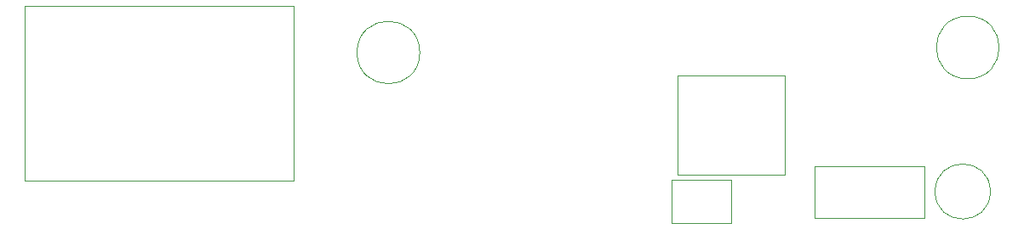
<source format=gbr>
G04 EasyPC Gerber Version 21.0.3 Build 4286 *
%FSLAX35Y35*%
%MOIN*%
%ADD18C,0.00197*%
%ADD70C,0.00394*%
X0Y0D02*
D02*
D18*
X154862Y78813D02*
G75*
G03X130256I-12303D01*
G01*
X154862D02*
G75*
G03X130256I-12303D01*
G01*
G75*
G03X154862I12303*
G01*
X255925Y69785D02*
Y30754D01*
X297894*
Y69785*
X255925*
X352362Y34226D02*
X309409D01*
Y13754*
X352362*
Y34226*
X369429Y93085D02*
G75*
G03Y68478J-12303D01*
G01*
Y93085D02*
G75*
G03Y68478J-12303D01*
G01*
G75*
G03Y93085J12303*
G01*
X378287Y24187D02*
G75*
G03X356634I-10827D01*
G01*
X378287D02*
G75*
G03X356634I-10827D01*
G01*
G75*
G03X378287I10827*
G01*
D02*
D70*
X197Y97081D02*
Y28577D01*
X105315*
Y97081*
X197*
X276909Y28715D02*
X253287D01*
Y11785*
X276909*
Y28715*
X0Y0D02*
M02*

</source>
